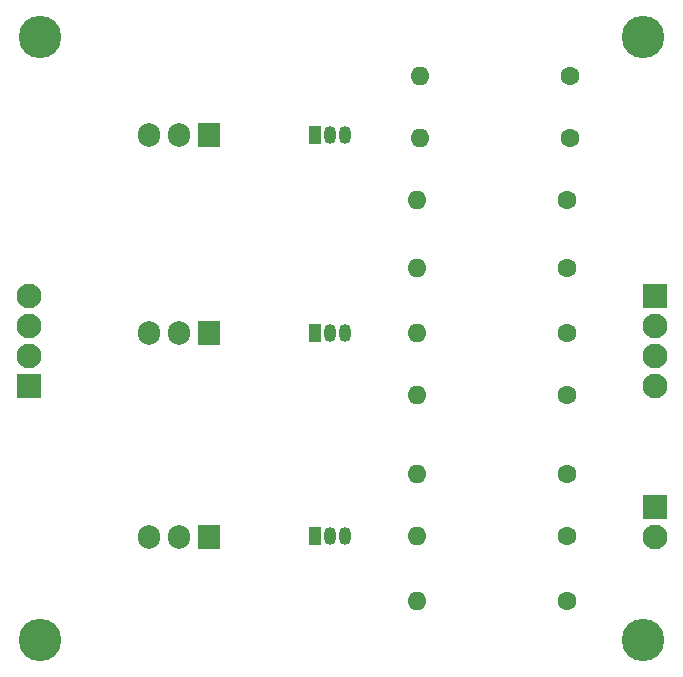
<source format=gbr>
%TF.GenerationSoftware,KiCad,Pcbnew,7.0.8*%
%TF.CreationDate,2023-11-11T13:48:29-05:00*%
%TF.ProjectId,StackLight,53746163-6b4c-4696-9768-742e6b696361,rev?*%
%TF.SameCoordinates,Original*%
%TF.FileFunction,Soldermask,Bot*%
%TF.FilePolarity,Negative*%
%FSLAX46Y46*%
G04 Gerber Fmt 4.6, Leading zero omitted, Abs format (unit mm)*
G04 Created by KiCad (PCBNEW 7.0.8) date 2023-11-11 13:48:29*
%MOMM*%
%LPD*%
G01*
G04 APERTURE LIST*
%ADD10R,1.905000X2.000000*%
%ADD11O,1.905000X2.000000*%
%ADD12C,3.600000*%
%ADD13C,1.600000*%
%ADD14O,1.600000X1.600000*%
%ADD15R,1.050000X1.500000*%
%ADD16O,1.050000X1.500000*%
%ADD17R,2.100000X2.100000*%
%ADD18C,2.100000*%
G04 APERTURE END LIST*
D10*
%TO.C,Q4*%
X124500000Y-97250000D03*
D11*
X121960000Y-97250000D03*
X119420000Y-97250000D03*
%TD*%
D12*
%TO.C,H2*%
X161250000Y-72250000D03*
%TD*%
D13*
%TO.C,R5*%
X154850000Y-97250000D03*
D14*
X142150000Y-97250000D03*
%TD*%
D15*
%TO.C,Q1*%
X133480000Y-114500000D03*
D16*
X134750000Y-114500000D03*
X136020000Y-114500000D03*
%TD*%
D13*
%TO.C,R3*%
X154850000Y-109250000D03*
D14*
X142150000Y-109250000D03*
%TD*%
D10*
%TO.C,Q6*%
X124500000Y-80500000D03*
D11*
X121960000Y-80500000D03*
X119420000Y-80500000D03*
%TD*%
D12*
%TO.C,H3*%
X110250000Y-123250000D03*
%TD*%
%TO.C,H1*%
X110250000Y-72250000D03*
%TD*%
D17*
%TO.C,J3*%
X162250000Y-111980000D03*
D18*
X162250000Y-114520000D03*
%TD*%
D13*
%TO.C,R8*%
X155100000Y-80750000D03*
D14*
X142400000Y-80750000D03*
%TD*%
D15*
%TO.C,Q3*%
X133460000Y-97250000D03*
D16*
X134730000Y-97250000D03*
X136000000Y-97250000D03*
%TD*%
D13*
%TO.C,R6*%
X154850000Y-91750000D03*
D14*
X142150000Y-91750000D03*
%TD*%
D15*
%TO.C,Q5*%
X133460000Y-80500000D03*
D16*
X134730000Y-80500000D03*
X136000000Y-80500000D03*
%TD*%
D13*
%TO.C,R9*%
X155100000Y-75500000D03*
D14*
X142400000Y-75500000D03*
%TD*%
D17*
%TO.C,J2*%
X109250000Y-101740000D03*
D18*
X109250000Y-99200000D03*
X109250000Y-96660000D03*
X109250000Y-94120000D03*
%TD*%
D13*
%TO.C,R7*%
X154850000Y-86000000D03*
D14*
X142150000Y-86000000D03*
%TD*%
D10*
%TO.C,Q2*%
X124540000Y-114555000D03*
D11*
X122000000Y-114555000D03*
X119460000Y-114555000D03*
%TD*%
D17*
%TO.C,J1*%
X162250000Y-94130000D03*
D18*
X162250000Y-96670000D03*
X162250000Y-99210000D03*
X162250000Y-101750000D03*
%TD*%
D13*
%TO.C,R2*%
X154850000Y-114500000D03*
D14*
X142150000Y-114500000D03*
%TD*%
D12*
%TO.C,H4*%
X161250000Y-123250000D03*
%TD*%
D13*
%TO.C,R1*%
X154850000Y-120000000D03*
D14*
X142150000Y-120000000D03*
%TD*%
D13*
%TO.C,R4*%
X154850000Y-102500000D03*
D14*
X142150000Y-102500000D03*
%TD*%
M02*

</source>
